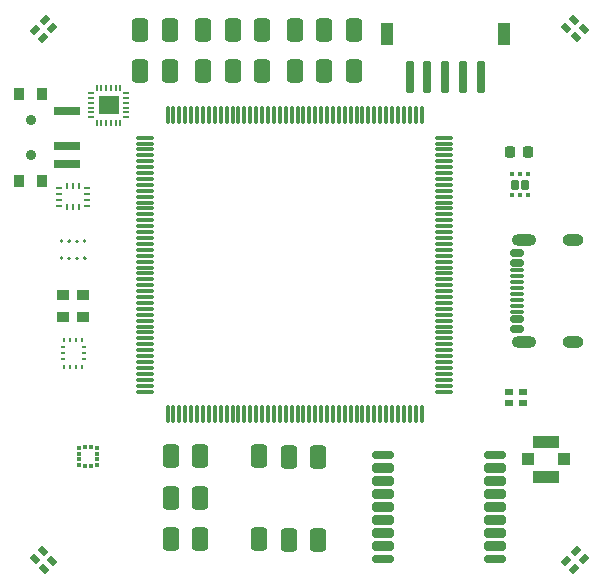
<source format=gbr>
%TF.GenerationSoftware,KiCad,Pcbnew,9.0.1-9.0.1-0~ubuntu24.04.1*%
%TF.CreationDate,2025-06-01T18:05:04-05:00*%
%TF.ProjectId,FC,46432e6b-6963-4616-945f-706362585858,rev?*%
%TF.SameCoordinates,Original*%
%TF.FileFunction,Paste,Top*%
%TF.FilePolarity,Positive*%
%FSLAX46Y46*%
G04 Gerber Fmt 4.6, Leading zero omitted, Abs format (unit mm)*
G04 Created by KiCad (PCBNEW 9.0.1-9.0.1-0~ubuntu24.04.1) date 2025-06-01 18:05:04*
%MOMM*%
%LPD*%
G01*
G04 APERTURE LIST*
G04 Aperture macros list*
%AMRoundRect*
0 Rectangle with rounded corners*
0 $1 Rounding radius*
0 $2 $3 $4 $5 $6 $7 $8 $9 X,Y pos of 4 corners*
0 Add a 4 corners polygon primitive as box body*
4,1,4,$2,$3,$4,$5,$6,$7,$8,$9,$2,$3,0*
0 Add four circle primitives for the rounded corners*
1,1,$1+$1,$2,$3*
1,1,$1+$1,$4,$5*
1,1,$1+$1,$6,$7*
1,1,$1+$1,$8,$9*
0 Add four rect primitives between the rounded corners*
20,1,$1+$1,$2,$3,$4,$5,0*
20,1,$1+$1,$4,$5,$6,$7,0*
20,1,$1+$1,$6,$7,$8,$9,0*
20,1,$1+$1,$8,$9,$2,$3,0*%
%AMRotRect*
0 Rectangle, with rotation*
0 The origin of the aperture is its center*
0 $1 length*
0 $2 width*
0 $3 Rotation angle, in degrees counterclockwise*
0 Add horizontal line*
21,1,$1,$2,0,0,$3*%
G04 Aperture macros list end*
%ADD10C,0.175000*%
%ADD11RotRect,0.762000X0.508000X135.000000*%
%ADD12RoundRect,0.172500X0.172500X-0.262500X0.172500X0.262500X-0.172500X0.262500X-0.172500X-0.262500X0*%
%ADD13RoundRect,0.093750X0.106250X-0.093750X0.106250X0.093750X-0.106250X0.093750X-0.106250X-0.093750X0*%
%ADD14R,2.209800X0.762000*%
%ADD15C,0.889000*%
%ADD16R,0.812800X0.990600*%
%ADD17RoundRect,0.350000X-0.350000X-0.650000X0.350000X-0.650000X0.350000X0.650000X-0.350000X0.650000X0*%
%ADD18R,1.050000X1.000000*%
%ADD19R,2.200000X1.050000*%
%ADD20R,0.475000X0.250000*%
%ADD21R,0.250000X0.475000*%
%ADD22RoundRect,0.075000X-0.675000X-0.075000X0.675000X-0.075000X0.675000X0.075000X-0.675000X0.075000X0*%
%ADD23RoundRect,0.075000X-0.075000X-0.675000X0.075000X-0.675000X0.075000X0.675000X-0.075000X0.675000X0*%
%ADD24RoundRect,0.175000X0.175000X1.175000X-0.175000X1.175000X-0.175000X-1.175000X0.175000X-1.175000X0*%
%ADD25RoundRect,0.250000X0.300000X0.700000X-0.300000X0.700000X-0.300000X-0.700000X0.300000X-0.700000X0*%
%ADD26RotRect,0.762000X0.508000X45.000000*%
%ADD27RoundRect,0.350000X0.350000X0.650000X-0.350000X0.650000X-0.350000X-0.650000X0.350000X-0.650000X0*%
%ADD28R,0.762000X0.508000*%
%ADD29RoundRect,0.225000X-0.225000X-0.250000X0.225000X-0.250000X0.225000X0.250000X-0.225000X0.250000X0*%
%ADD30RoundRect,0.175000X-0.725000X-0.175000X0.725000X-0.175000X0.725000X0.175000X-0.725000X0.175000X0*%
%ADD31RoundRect,0.200000X-0.700000X-0.200000X0.700000X-0.200000X0.700000X0.200000X-0.700000X0.200000X0*%
%ADD32RoundRect,0.150000X0.425000X-0.150000X0.425000X0.150000X-0.425000X0.150000X-0.425000X-0.150000X0*%
%ADD33RoundRect,0.075000X0.500000X-0.075000X0.500000X0.075000X-0.500000X0.075000X-0.500000X-0.075000X0*%
%ADD34O,2.100000X1.000000*%
%ADD35O,1.800000X1.000000*%
%ADD36R,1.016000X0.838200*%
%ADD37RotRect,0.762000X0.508000X315.000000*%
%ADD38R,0.558800X0.203200*%
%ADD39R,0.203200X0.558800*%
%ADD40R,1.752600X1.600200*%
%ADD41R,0.254000X0.431800*%
%ADD42R,0.431800X0.254000*%
%ADD43RotRect,0.762000X0.508000X225.000000*%
%ADD44R,0.375000X0.350000*%
%ADD45R,0.350000X0.375000*%
G04 APERTURE END LIST*
D10*
%TO.C,U5*%
X154112500Y-70525000D02*
G75*
G02*
X153937500Y-70525000I-87500J0D01*
G01*
X153937500Y-70525000D02*
G75*
G02*
X154112500Y-70525000I87500J0D01*
G01*
X154112500Y-71975000D02*
G75*
G02*
X153937500Y-71975000I-87500J0D01*
G01*
X153937500Y-71975000D02*
G75*
G02*
X154112500Y-71975000I87500J0D01*
G01*
X154762500Y-70525000D02*
G75*
G02*
X154587500Y-70525000I-87500J0D01*
G01*
X154587500Y-70525000D02*
G75*
G02*
X154762500Y-70525000I87500J0D01*
G01*
X154762500Y-71975000D02*
G75*
G02*
X154587500Y-71975000I-87500J0D01*
G01*
X154587500Y-71975000D02*
G75*
G02*
X154762500Y-71975000I87500J0D01*
G01*
X155412500Y-70525000D02*
G75*
G02*
X155237500Y-70525000I-87500J0D01*
G01*
X155237500Y-70525000D02*
G75*
G02*
X155412500Y-70525000I87500J0D01*
G01*
X155412500Y-71975000D02*
G75*
G02*
X155237500Y-71975000I-87500J0D01*
G01*
X155237500Y-71975000D02*
G75*
G02*
X155412500Y-71975000I87500J0D01*
G01*
X156062500Y-70525000D02*
G75*
G02*
X155887500Y-70525000I-87500J0D01*
G01*
X155887500Y-70525000D02*
G75*
G02*
X156062500Y-70525000I87500J0D01*
G01*
X156062500Y-71975000D02*
G75*
G02*
X155887500Y-71975000I-87500J0D01*
G01*
X155887500Y-71975000D02*
G75*
G02*
X156062500Y-71975000I87500J0D01*
G01*
%TD*%
D11*
%TO.C,U14*%
X151759517Y-97431269D03*
X152431269Y-96759517D03*
X153240483Y-97568731D03*
X152568731Y-98240483D03*
%TD*%
D12*
%TO.C,U1*%
X192450000Y-65750000D03*
X193250000Y-65750000D03*
D13*
X192200000Y-66637500D03*
X192850000Y-66637500D03*
X193500000Y-66637500D03*
X193500000Y-64862500D03*
X192850000Y-64862500D03*
X192200000Y-64862500D03*
%TD*%
D14*
%TO.C,U17*%
X154500000Y-59499998D03*
X154500000Y-62500000D03*
X154500000Y-64000000D03*
D15*
X151399300Y-60250009D03*
X151399300Y-63250009D03*
D16*
X150434300Y-58099999D03*
X152364300Y-58099999D03*
X150434300Y-65399999D03*
X152364300Y-65399999D03*
%TD*%
D17*
%TO.C,J17*%
X163250000Y-88750000D03*
%TD*%
%TO.C,J11*%
X171000000Y-56100000D03*
%TD*%
%TO.C,J19*%
X163250000Y-92250000D03*
%TD*%
D18*
%TO.C,J3*%
X193475000Y-89000000D03*
D19*
X195000000Y-90475000D03*
D18*
X196525000Y-89000000D03*
D19*
X195000000Y-87525000D03*
%TD*%
D20*
%TO.C,U4*%
X156162500Y-67500000D03*
X156162500Y-67000000D03*
X156162500Y-66500000D03*
X156162500Y-66000000D03*
D21*
X155500000Y-65837500D03*
X155000000Y-65837500D03*
X154500000Y-65837500D03*
D20*
X153837500Y-66000000D03*
X153837500Y-66500000D03*
X153837500Y-67000000D03*
X153837500Y-67500000D03*
D21*
X154500000Y-67662500D03*
X155000000Y-67662500D03*
X155500000Y-67662500D03*
%TD*%
D17*
%TO.C,J7*%
X173750000Y-56100000D03*
%TD*%
D22*
%TO.C,U10*%
X161075000Y-61750000D03*
X161075000Y-62250000D03*
X161075000Y-62750000D03*
X161075000Y-63250000D03*
X161075000Y-63750000D03*
X161075000Y-64250000D03*
X161075000Y-64750000D03*
X161075000Y-65250000D03*
X161075000Y-65750000D03*
X161075000Y-66250000D03*
X161075000Y-66750000D03*
X161075000Y-67250000D03*
X161075000Y-67750000D03*
X161075000Y-68250000D03*
X161075000Y-68750000D03*
X161075000Y-69250000D03*
X161075000Y-69750000D03*
X161075000Y-70250000D03*
X161075000Y-70750000D03*
X161075000Y-71250000D03*
X161075000Y-71750000D03*
X161075000Y-72250000D03*
X161075000Y-72750000D03*
X161075000Y-73250000D03*
X161075000Y-73750000D03*
X161075000Y-74250000D03*
X161075000Y-74750000D03*
X161075000Y-75250000D03*
X161075000Y-75750000D03*
X161075000Y-76250000D03*
X161075000Y-76750000D03*
X161075000Y-77250000D03*
X161075000Y-77750000D03*
X161075000Y-78250000D03*
X161075000Y-78750000D03*
X161075000Y-79250000D03*
X161075000Y-79750000D03*
X161075000Y-80250000D03*
X161075000Y-80750000D03*
X161075000Y-81250000D03*
X161075000Y-81750000D03*
X161075000Y-82250000D03*
X161075000Y-82750000D03*
X161075000Y-83250000D03*
D23*
X163000000Y-85175000D03*
X163500000Y-85175000D03*
X164000000Y-85175000D03*
X164500000Y-85175000D03*
X165000000Y-85175000D03*
X165500000Y-85175000D03*
X166000000Y-85175000D03*
X166500000Y-85175000D03*
X167000000Y-85175000D03*
X167500000Y-85175000D03*
X168000000Y-85175000D03*
X168500000Y-85175000D03*
X169000000Y-85175000D03*
X169500000Y-85175000D03*
X170000000Y-85175000D03*
X170500000Y-85175000D03*
X171000000Y-85175000D03*
X171500000Y-85175000D03*
X172000000Y-85175000D03*
X172500000Y-85175000D03*
X173000000Y-85175000D03*
X173500000Y-85175000D03*
X174000000Y-85175000D03*
X174500000Y-85175000D03*
X175000000Y-85175000D03*
X175500000Y-85175000D03*
X176000000Y-85175000D03*
X176500000Y-85175000D03*
X177000000Y-85175000D03*
X177500000Y-85175000D03*
X178000000Y-85175000D03*
X178500000Y-85175000D03*
X179000000Y-85175000D03*
X179500000Y-85175000D03*
X180000000Y-85175000D03*
X180500000Y-85175000D03*
X181000000Y-85175000D03*
X181500000Y-85175000D03*
X182000000Y-85175000D03*
X182500000Y-85175000D03*
X183000000Y-85175000D03*
X183500000Y-85175000D03*
X184000000Y-85175000D03*
X184500000Y-85175000D03*
D22*
X186425000Y-83250000D03*
X186425000Y-82750000D03*
X186425000Y-82250000D03*
X186425000Y-81750000D03*
X186425000Y-81250000D03*
X186425000Y-80750000D03*
X186425000Y-80250000D03*
X186425000Y-79750000D03*
X186425000Y-79250000D03*
X186425000Y-78750000D03*
X186425000Y-78250000D03*
X186425000Y-77750000D03*
X186425000Y-77250000D03*
X186425000Y-76750000D03*
X186425000Y-76250000D03*
X186425000Y-75750000D03*
X186425000Y-75250000D03*
X186425000Y-74750000D03*
X186425000Y-74250000D03*
X186425000Y-73750000D03*
X186425000Y-73250000D03*
X186425000Y-72750000D03*
X186425000Y-72250000D03*
X186425000Y-71750000D03*
X186425000Y-71250000D03*
X186425000Y-70750000D03*
X186425000Y-70250000D03*
X186425000Y-69750000D03*
X186425000Y-69250000D03*
X186425000Y-68750000D03*
X186425000Y-68250000D03*
X186425000Y-67750000D03*
X186425000Y-67250000D03*
X186425000Y-66750000D03*
X186425000Y-66250000D03*
X186425000Y-65750000D03*
X186425000Y-65250000D03*
X186425000Y-64750000D03*
X186425000Y-64250000D03*
X186425000Y-63750000D03*
X186425000Y-63250000D03*
X186425000Y-62750000D03*
X186425000Y-62250000D03*
X186425000Y-61750000D03*
D23*
X184500000Y-59825000D03*
X184000000Y-59825000D03*
X183500000Y-59825000D03*
X183000000Y-59825000D03*
X182500000Y-59825000D03*
X182000000Y-59825000D03*
X181500000Y-59825000D03*
X181000000Y-59825000D03*
X180500000Y-59825000D03*
X180000000Y-59825000D03*
X179500000Y-59825000D03*
X179000000Y-59825000D03*
X178500000Y-59825000D03*
X178000000Y-59825000D03*
X177500000Y-59825000D03*
X177000000Y-59825000D03*
X176500000Y-59825000D03*
X176000000Y-59825000D03*
X175500000Y-59825000D03*
X175000000Y-59825000D03*
X174500000Y-59825000D03*
X174000000Y-59825000D03*
X173500000Y-59825000D03*
X173000000Y-59825000D03*
X172500000Y-59825000D03*
X172000000Y-59825000D03*
X171500000Y-59825000D03*
X171000000Y-59825000D03*
X170500000Y-59825000D03*
X170000000Y-59825000D03*
X169500000Y-59825000D03*
X169000000Y-59825000D03*
X168500000Y-59825000D03*
X168000000Y-59825000D03*
X167500000Y-59825000D03*
X167000000Y-59825000D03*
X166500000Y-59825000D03*
X166000000Y-59825000D03*
X165500000Y-59825000D03*
X165000000Y-59825000D03*
X164500000Y-59825000D03*
X164000000Y-59825000D03*
X163500000Y-59825000D03*
X163000000Y-59825000D03*
%TD*%
D17*
%TO.C,J32*%
X160700000Y-56100000D03*
%TD*%
D24*
%TO.C,J4*%
X189500000Y-56650000D03*
X188000000Y-56650000D03*
X186500000Y-56650000D03*
X185000000Y-56650000D03*
X183500000Y-56650000D03*
D25*
X191450000Y-52950000D03*
X181550000Y-52950000D03*
%TD*%
D17*
%TO.C,J6*%
X176250000Y-56100000D03*
%TD*%
D26*
%TO.C,U12*%
X151769034Y-52637462D03*
X152440786Y-53309214D03*
X153250000Y-52500000D03*
X152578248Y-51828248D03*
%TD*%
D17*
%TO.C,J12*%
X168500000Y-56100000D03*
%TD*%
%TO.C,J27*%
X173250000Y-95800000D03*
%TD*%
D27*
%TO.C,J30*%
X163200000Y-52600000D03*
%TD*%
D17*
%TO.C,J22*%
X165750000Y-95750000D03*
%TD*%
D28*
%TO.C,U16*%
X191927799Y-83275000D03*
X191927799Y-84225000D03*
X193072201Y-84225000D03*
X193072201Y-83275000D03*
%TD*%
D17*
%TO.C,J14*%
X171000000Y-52600000D03*
%TD*%
D29*
%TO.C,C30*%
X191975000Y-63000000D03*
X193525000Y-63000000D03*
%TD*%
D17*
%TO.C,J16*%
X166000000Y-52600000D03*
%TD*%
D30*
%TO.C,U9*%
X181250000Y-88600000D03*
D31*
X181250000Y-89700000D03*
X181250000Y-90800000D03*
X181250000Y-91900000D03*
X181250000Y-93000000D03*
X181250000Y-94100000D03*
X181250000Y-95200000D03*
X181250000Y-96300000D03*
D30*
X181250000Y-97400000D03*
X190750000Y-97400000D03*
D31*
X190750000Y-96300000D03*
X190750000Y-95200000D03*
X190750000Y-94100000D03*
X190750000Y-93000000D03*
X190750000Y-91900000D03*
X190750000Y-90800000D03*
X190750000Y-89700000D03*
D30*
X190750000Y-88600000D03*
%TD*%
D17*
%TO.C,J5*%
X178750000Y-56100000D03*
%TD*%
D32*
%TO.C,J1*%
X192570000Y-77950000D03*
X192570000Y-77150000D03*
D33*
X192570000Y-76000000D03*
X192570000Y-75000000D03*
X192570000Y-74500000D03*
X192570000Y-73500000D03*
D32*
X192570000Y-72350000D03*
X192570000Y-71550000D03*
D33*
X192570000Y-73000000D03*
X192570000Y-74000000D03*
X192570000Y-75500000D03*
X192570000Y-76500000D03*
D34*
X193145000Y-79070000D03*
D35*
X197325000Y-79070000D03*
D34*
X193145000Y-70430000D03*
D35*
X197325000Y-70430000D03*
%TD*%
D36*
%TO.C,U11*%
X154179801Y-75075001D03*
X154179801Y-76924999D03*
X155820199Y-76924999D03*
X155820199Y-75075001D03*
%TD*%
D17*
%TO.C,J15*%
X168500000Y-52600000D03*
%TD*%
%TO.C,J9*%
X176250000Y-52600000D03*
%TD*%
%TO.C,J10*%
X173750000Y-52600000D03*
%TD*%
D37*
%TO.C,U13*%
X197421752Y-51759517D03*
X196750000Y-52431269D03*
X197559214Y-53240483D03*
X198230966Y-52568731D03*
%TD*%
D17*
%TO.C,J33*%
X163200000Y-56100000D03*
%TD*%
%TO.C,J18*%
X165750000Y-88750000D03*
%TD*%
%TO.C,J28*%
X175750000Y-95800000D03*
%TD*%
%TO.C,J25*%
X175750000Y-88800000D03*
%TD*%
D27*
%TO.C,J31*%
X160700000Y-52600000D03*
%TD*%
D17*
%TO.C,J23*%
X170750000Y-88750000D03*
%TD*%
%TO.C,J8*%
X178750000Y-52600000D03*
%TD*%
%TO.C,J21*%
X163250000Y-95750000D03*
%TD*%
%TO.C,J24*%
X173250000Y-88800000D03*
%TD*%
%TO.C,J26*%
X170750000Y-95750000D03*
%TD*%
%TO.C,J20*%
X165750000Y-92250000D03*
%TD*%
D38*
%TO.C,U2*%
X156526800Y-58009999D03*
X156526800Y-58410001D03*
X156526800Y-58810000D03*
X156526800Y-59210000D03*
X156526800Y-59609999D03*
X156526800Y-60010001D03*
D39*
X156999999Y-60483200D03*
X157400001Y-60483200D03*
X157800000Y-60483200D03*
X158200000Y-60483200D03*
X158599999Y-60483200D03*
X159000001Y-60483200D03*
D38*
X159473200Y-60010001D03*
X159473200Y-59609999D03*
X159473200Y-59210000D03*
X159473200Y-58810000D03*
X159473200Y-58410001D03*
X159473200Y-58009999D03*
D39*
X159000001Y-57536800D03*
X158599999Y-57536800D03*
X158200000Y-57536800D03*
X157800000Y-57536800D03*
X157400001Y-57536800D03*
X156999999Y-57536800D03*
D40*
X158000000Y-59010000D03*
%TD*%
D41*
%TO.C,U3*%
X154249999Y-81130300D03*
X154750000Y-81130300D03*
X155250000Y-81130300D03*
X155750001Y-81130300D03*
D42*
X155889000Y-80499999D03*
X155889000Y-80000000D03*
X155889000Y-79500001D03*
D41*
X155750001Y-78869700D03*
X155250000Y-78869700D03*
X154750000Y-78869700D03*
X154249999Y-78869700D03*
D42*
X154111000Y-79500001D03*
X154111000Y-80000000D03*
X154111000Y-80499999D03*
%TD*%
D43*
%TO.C,U15*%
X198240483Y-97431269D03*
X197568731Y-96759517D03*
X196759517Y-97568731D03*
X197431269Y-98240483D03*
%TD*%
D17*
%TO.C,J13*%
X166000000Y-56100000D03*
%TD*%
D44*
%TO.C,U6*%
X155487500Y-88000000D03*
X155487500Y-88500000D03*
X155487500Y-89000000D03*
X155487500Y-89500000D03*
D45*
X156000000Y-89512500D03*
X156500000Y-89512500D03*
D44*
X157012500Y-89500000D03*
X157012500Y-89000000D03*
X157012500Y-88500000D03*
X157012500Y-88000000D03*
D45*
X156500000Y-87987500D03*
X156000000Y-87987500D03*
%TD*%
M02*

</source>
